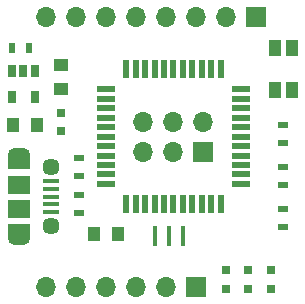
<source format=gbr>
G04 #@! TF.FileFunction,Soldermask,Top*
%FSLAX46Y46*%
G04 Gerber Fmt 4.6, Leading zero omitted, Abs format (unit mm)*
G04 Created by KiCad (PCBNEW 4.0.7) date 08/21/18 22:00:11*
%MOMM*%
%LPD*%
G01*
G04 APERTURE LIST*
%ADD10C,0.100000*%
%ADD11R,0.800000X0.800000*%
%ADD12R,0.400000X1.800000*%
%ADD13R,1.050000X1.400000*%
%ADD14R,1.250000X1.000000*%
%ADD15R,0.750000X0.800000*%
%ADD16R,1.000000X1.250000*%
%ADD17R,1.700000X1.700000*%
%ADD18O,1.700000X1.700000*%
%ADD19R,0.900000X0.500000*%
%ADD20R,0.500000X0.900000*%
%ADD21R,1.500000X0.550000*%
%ADD22R,0.550000X1.500000*%
%ADD23R,0.650000X1.060000*%
%ADD24R,1.900000X1.500000*%
%ADD25C,1.450000*%
%ADD26R,1.350000X0.400000*%
%ADD27O,1.900000X1.200000*%
%ADD28R,1.900000X1.200000*%
G04 APERTURE END LIST*
D10*
D11*
X161290000Y-110655000D03*
X161290000Y-109055000D03*
D12*
X157664000Y-106172000D03*
X156464000Y-106172000D03*
X155264000Y-106172000D03*
D13*
X166841000Y-90275000D03*
X166841000Y-93875000D03*
X165416000Y-90275000D03*
X165416000Y-93875000D03*
D14*
X147320000Y-91710000D03*
X147320000Y-93710000D03*
D15*
X147320000Y-95770000D03*
X147320000Y-97270000D03*
D16*
X152130000Y-106045000D03*
X150130000Y-106045000D03*
X145272000Y-96774000D03*
X143272000Y-96774000D03*
D17*
X159385000Y-99060000D03*
D18*
X159385000Y-96520000D03*
X156845000Y-99060000D03*
X156845000Y-96520000D03*
X154305000Y-99060000D03*
X154305000Y-96520000D03*
D11*
X163195000Y-110655000D03*
X163195000Y-109055000D03*
X165100000Y-110655000D03*
X165100000Y-109055000D03*
D17*
X158750000Y-110490000D03*
D18*
X156210000Y-110490000D03*
X153670000Y-110490000D03*
X151130000Y-110490000D03*
X148590000Y-110490000D03*
X146050000Y-110490000D03*
D17*
X163830000Y-87630000D03*
D18*
X161290000Y-87630000D03*
X158750000Y-87630000D03*
X156210000Y-87630000D03*
X153670000Y-87630000D03*
X151130000Y-87630000D03*
X148590000Y-87630000D03*
X146050000Y-87630000D03*
D19*
X166116000Y-100342000D03*
X166116000Y-101842000D03*
X166116000Y-103898000D03*
X166116000Y-105398000D03*
X148844000Y-102755000D03*
X148844000Y-104255000D03*
X148844000Y-99580000D03*
X148844000Y-101080000D03*
X166116000Y-98286000D03*
X166116000Y-96786000D03*
D20*
X143141000Y-90297000D03*
X144641000Y-90297000D03*
D21*
X151145000Y-93790000D03*
X151145000Y-94590000D03*
X151145000Y-95390000D03*
X151145000Y-96190000D03*
X151145000Y-96990000D03*
X151145000Y-97790000D03*
X151145000Y-98590000D03*
X151145000Y-99390000D03*
X151145000Y-100190000D03*
X151145000Y-100990000D03*
X151145000Y-101790000D03*
D22*
X152845000Y-103490000D03*
X153645000Y-103490000D03*
X154445000Y-103490000D03*
X155245000Y-103490000D03*
X156045000Y-103490000D03*
X156845000Y-103490000D03*
X157645000Y-103490000D03*
X158445000Y-103490000D03*
X159245000Y-103490000D03*
X160045000Y-103490000D03*
X160845000Y-103490000D03*
D21*
X162545000Y-101790000D03*
X162545000Y-100990000D03*
X162545000Y-100190000D03*
X162545000Y-99390000D03*
X162545000Y-98590000D03*
X162545000Y-97790000D03*
X162545000Y-96990000D03*
X162545000Y-96190000D03*
X162545000Y-95390000D03*
X162545000Y-94590000D03*
X162545000Y-93790000D03*
D22*
X160845000Y-92090000D03*
X160045000Y-92090000D03*
X159245000Y-92090000D03*
X158445000Y-92090000D03*
X157645000Y-92090000D03*
X156845000Y-92090000D03*
X156045000Y-92090000D03*
X155245000Y-92090000D03*
X154445000Y-92090000D03*
X153645000Y-92090000D03*
X152845000Y-92090000D03*
D23*
X145095000Y-92245000D03*
X144145000Y-92245000D03*
X143195000Y-92245000D03*
X143195000Y-94445000D03*
X145095000Y-94445000D03*
D24*
X143795000Y-103870000D03*
D25*
X146495000Y-100370000D03*
D26*
X146495000Y-102220000D03*
X146495000Y-101570000D03*
X146495000Y-104170000D03*
X146495000Y-103520000D03*
X146495000Y-102870000D03*
D25*
X146495000Y-105370000D03*
D24*
X143795000Y-101870000D03*
D27*
X143795000Y-99370000D03*
X143795000Y-106370000D03*
D28*
X143795000Y-105770000D03*
X143795000Y-99970000D03*
M02*

</source>
